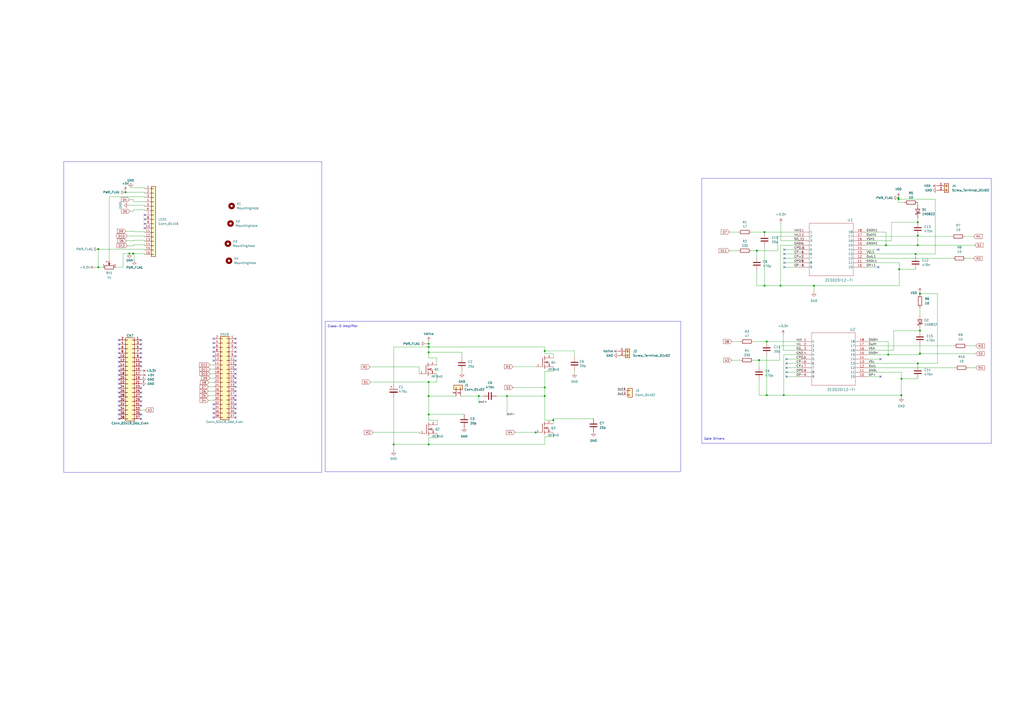
<source format=kicad_sch>
(kicad_sch (version 20230121) (generator eeschema)
  (paper "A2")
  (lib_symbols
    (symbol "2024-02-13_08-45-02:2ED020I12-FI" (pin_names (offset 0.254))
      (property "Reference" "U" (at 20.32 10.16 0))
      (property "Value" "2ED020I12-FI" (at 20.32 7.62 0))
      (symbol "2ED020I12-FI_0_1"
        (pin unspecified line (at 0 0 0) (length 7.62) (name "1") (number "1"))
        (pin unspecified line (at 40.64 -20.32 180) (length 7.62) (name "10") (number "10"))
        (pin unspecified line (at 40.64 -17.78 180) (length 7.62) (name "11") (number "11"))
        (pin unspecified line (at 40.64 -15.24 180) (length 7.62) (name "12") (number "12"))
        (pin unspecified line (at 40.64 -12.7 180) (length 7.62) (name "13") (number "13"))
        (pin unspecified line (at 40.64 -10.16 180) (length 7.62) (name "14") (number "14"))
        (pin unspecified line (at 40.64 -7.62 180) (length 7.62) (name "15") (number "15"))
        (pin unspecified line (at 40.64 -5.08 180) (length 7.62) (name "16") (number "16"))
        (pin unspecified line (at 40.64 -2.54 180) (length 7.62) (name "17") (number "17"))
        (pin unspecified line (at 40.64 0 180) (length 7.62) (name "18") (number "18"))
        (pin unspecified line (at 0 -2.54 0) (length 7.62) (name "2") (number "2"))
        (pin unspecified line (at 0 -5.08 0) (length 7.62) (name "3") (number "3"))
        (pin unspecified line (at 0 -7.62 0) (length 7.62) (name "4") (number "4"))
        (pin unspecified line (at 0 -10.16 0) (length 7.62) (name "5") (number "5"))
        (pin unspecified line (at 0 -12.7 0) (length 7.62) (name "6") (number "6"))
        (pin unspecified line (at 0 -15.24 0) (length 7.62) (name "7") (number "7"))
        (pin unspecified line (at 0 -17.78 0) (length 7.62) (name "8") (number "8"))
        (pin unspecified line (at 0 -20.32 0) (length 7.62) (name "9") (number "9"))
      )
    )
    (symbol "Connector:Screw_Terminal_01x02" (pin_names (offset 1.016) hide)
      (property "Reference" "J" (at 0 2.54 0))
      (property "Value" "Screw_Terminal_01x02" (at 0 -5.08 0))
      (symbol "Screw_Terminal_01x02_1_1"
        (pin passive line (at -5.08 0 0) (length 3.81) (name "Pin_1") (number "1"))
        (pin passive line (at -5.08 -2.54 0) (length 3.81) (name "Pin_2") (number "2"))
      )
    )
    (symbol "Connector_Generic:Conn_01x02" (pin_names (offset 1.016) hide)
      (property "Reference" "J" (at 0 2.54 0))
      (property "Value" "Conn_01x02" (at 0 -5.08 0))
      (symbol "Conn_01x02_1_1"
        (pin passive line (at -5.08 0 0) (length 3.81) (name "Pin_1") (number "1"))
        (pin passive line (at -5.08 -2.54 0) (length 3.81) (name "Pin_2") (number "2"))
      )
    )
    (symbol "Connector_Generic:Conn_01x16" (pin_names (offset 1.016) hide)
      (property "Reference" "J" (at 0 20.32 0))
      (property "Value" "Conn_01x16" (at 0 -22.86 0))
      (symbol "Conn_01x16_1_1"
        (pin passive line (at -5.08 17.78 0) (length 3.81) (name "Pin_1") (number "1"))
        (pin passive line (at -5.08 -5.08 0) (length 3.81) (name "Pin_10") (number "10"))
        (pin passive line (at -5.08 -7.62 0) (length 3.81) (name "Pin_11") (number "11"))
        (pin passive line (at -5.08 -10.16 0) (length 3.81) (name "Pin_12") (number "12"))
        (pin passive line (at -5.08 -12.7 0) (length 3.81) (name "Pin_13") (number "13"))
        (pin passive line (at -5.08 -15.24 0) (length 3.81) (name "Pin_14") (number "14"))
        (pin passive line (at -5.08 -17.78 0) (length 3.81) (name "Pin_15") (number "15"))
        (pin passive line (at -5.08 -20.32 0) (length 3.81) (name "Pin_16") (number "16"))
        (pin passive line (at -5.08 15.24 0) (length 3.81) (name "Pin_2") (number "2"))
        (pin passive line (at -5.08 12.7 0) (length 3.81) (name "Pin_3") (number "3"))
        (pin passive line (at -5.08 10.16 0) (length 3.81) (name "Pin_4") (number "4"))
        (pin passive line (at -5.08 7.62 0) (length 3.81) (name "Pin_5") (number "5"))
        (pin passive line (at -5.08 5.08 0) (length 3.81) (name "Pin_6") (number "6"))
        (pin passive line (at -5.08 2.54 0) (length 3.81) (name "Pin_7") (number "7"))
        (pin passive line (at -5.08 0 0) (length 3.81) (name "Pin_8") (number "8"))
        (pin passive line (at -5.08 -2.54 0) (length 3.81) (name "Pin_9") (number "9"))
      )
    )
    (symbol "Connector_Generic:Conn_02x19_Odd_Even" (pin_names (offset 1.016) hide)
      (property "Reference" "J" (at 1.27 25.4 0))
      (property "Value" "Conn_02x19_Odd_Even" (at 1.27 -25.4 0))
      (symbol "Conn_02x19_Odd_Even_1_1"
        (pin passive line (at -5.08 22.86 0) (length 3.81) (name "Pin_1") (number "1"))
        (pin passive line (at 7.62 12.7 180) (length 3.81) (name "Pin_10") (number "10"))
        (pin passive line (at -5.08 10.16 0) (length 3.81) (name "Pin_11") (number "11"))
        (pin passive line (at 7.62 10.16 180) (length 3.81) (name "Pin_12") (number "12"))
        (pin passive line (at -5.08 7.62 0) (length 3.81) (name "Pin_13") (number "13"))
        (pin passive line (at 7.62 7.62 180) (length 3.81) (name "Pin_14") (number "14"))
        (pin passive line (at -5.08 5.08 0) (length 3.81) (name "Pin_15") (number "15"))
        (pin passive line (at 7.62 5.08 180) (length 3.81) (name "Pin_16") (number "16"))
        (pin passive line (at -5.08 2.54 0) (length 3.81) (name "Pin_17") (number "17"))
        (pin passive line (at 7.62 2.54 180) (length 3.81) (name "Pin_18") (number "18"))
        (pin passive line (at -5.08 0 0) (length 3.81) (name "Pin_19") (number "19"))
        (pin passive line (at 7.62 22.86 180) (length 3.81) (name "Pin_2") (number "2"))
        (pin passive line (at 7.62 0 180) (length 3.81) (name "Pin_20") (number "20"))
        (pin passive line (at -5.08 -2.54 0) (length 3.81) (name "Pin_21") (number "21"))
        (pin passive line (at 7.62 -2.54 180) (length 3.81) (name "Pin_22") (number "22"))
        (pin passive line (at -5.08 -5.08 0) (length 3.81) (name "Pin_23") (number "23"))
        (pin passive line (at 7.62 -5.08 180) (length 3.81) (name "Pin_24") (number "24"))
        (pin passive line (at -5.08 -7.62 0) (length 3.81) (name "Pin_25") (number "25"))
        (pin passive line (at 7.62 -7.62 180) (length 3.81) (name "Pin_26") (number "26"))
        (pin passive line (at -5.08 -10.16 0) (length 3.81) (name "Pin_27") (number "27"))
        (pin passive line (at 7.62 -10.16 180) (length 3.81) (name "Pin_28") (number "28"))
        (pin passive line (at -5.08 -12.7 0) (length 3.81) (name "Pin_29") (number "29"))
        (pin passive line (at -5.08 20.32 0) (length 3.81) (name "Pin_3") (number "3"))
        (pin passive line (at 7.62 -12.7 180) (length 3.81) (name "Pin_30") (number "30"))
        (pin passive line (at -5.08 -15.24 0) (length 3.81) (name "Pin_31") (number "31"))
        (pin passive line (at 7.62 -15.24 180) (length 3.81) (name "Pin_32") (number "32"))
        (pin passive line (at -5.08 -17.78 0) (length 3.81) (name "Pin_33") (number "33"))
        (pin passive line (at 7.62 -17.78 180) (length 3.81) (name "Pin_34") (number "34"))
        (pin passive line (at -5.08 -20.32 0) (length 3.81) (name "Pin_35") (number "35"))
        (pin passive line (at 7.62 -20.32 180) (length 3.81) (name "Pin_36") (number "36"))
        (pin passive line (at -5.08 -22.86 0) (length 3.81) (name "Pin_37") (number "37"))
        (pin passive line (at 7.62 -22.86 180) (length 3.81) (name "Pin_38") (number "38"))
        (pin passive line (at 7.62 20.32 180) (length 3.81) (name "Pin_4") (number "4"))
        (pin passive line (at -5.08 17.78 0) (length 3.81) (name "Pin_5") (number "5"))
        (pin passive line (at 7.62 17.78 180) (length 3.81) (name "Pin_6") (number "6"))
        (pin passive line (at -5.08 15.24 0) (length 3.81) (name "Pin_7") (number "7"))
        (pin passive line (at 7.62 15.24 180) (length 3.81) (name "Pin_8") (number "8"))
        (pin passive line (at -5.08 12.7 0) (length 3.81) (name "Pin_9") (number "9"))
      )
    )
    (symbol "Device:C" (pin_numbers hide) (pin_names (offset 0.254))
      (property "Reference" "C" (at 0.635 2.54 0))
      (property "Value" "C" (at 0.635 -2.54 0))
      (symbol "C_1_1"
        (pin passive line (at 0 3.81 270) (length 2.794) (name "~") (number "1"))
        (pin passive line (at 0 -3.81 90) (length 2.794) (name "~") (number "2"))
      )
    )
    (symbol "Device:C_Polarized" (pin_numbers hide) (pin_names (offset 0.254))
      (property "Reference" "C" (at 0.635 2.54 0))
      (property "Value" "C_Polarized" (at 0.635 -2.54 0))
      (symbol "C_Polarized_1_1"
        (pin passive line (at 0 3.81 270) (length 2.794) (name "~") (number "1"))
        (pin passive line (at 0 -3.81 90) (length 2.794) (name "~") (number "2"))
      )
    )
    (symbol "Device:R" (pin_numbers hide) (pin_names (offset 0))
      (property "Reference" "R" (at 2.032 0 90))
      (property "Value" "R" (at 0 0 90))
      (symbol "R_1_1"
        (pin passive line (at 0 3.81 270) (length 1.27) (name "~") (number "1"))
        (pin passive line (at 0 -3.81 90) (length 1.27) (name "~") (number "2"))
      )
    )
    (symbol "Device:R_Potentiometer" (pin_names (offset 1.016) hide)
      (property "Reference" "RV" (at -4.445 0 90))
      (property "Value" "R_Potentiometer" (at -2.54 0 90))
      (symbol "R_Potentiometer_1_1"
        (pin passive line (at 0 3.81 270) (length 1.27) (name "1") (number "1"))
        (pin passive line (at 3.81 0 180) (length 1.27) (name "2") (number "2"))
        (pin passive line (at 0 -3.81 90) (length 1.27) (name "3") (number "3"))
      )
    )
    (symbol "Diode:1N5822" (pin_numbers hide) (pin_names (offset 1.016) hide)
      (property "Reference" "D" (at 0 2.54 0))
      (property "Value" "1N5822" (at 0 -2.54 0))
      (symbol "1N5822_1_1"
        (pin passive line (at -3.81 0 0) (length 2.54) (name "K") (number "1"))
        (pin passive line (at 3.81 0 180) (length 2.54) (name "A") (number "2"))
      )
    )
    (symbol "IRF840:IRF840" (pin_names (offset 1.016))
      (property "Reference" "Q" (at -11.43 2.54 0))
      (property "Value" "IRF840" (at -11.43 0 0))
      (symbol "IRF840_0_0"
        (pin passive line (at -5.08 -2.54 0) (length 2.54) (name "~") (number "1"))
        (pin passive line (at 5.08 2.54 180) (length 5.08) (name "~") (number "2"))
        (pin passive line (at 5.08 -2.54 180) (length 5.08) (name "~") (number "3"))
      )
    )
    (symbol "Mechanical:MountingHole" (pin_names (offset 1.016))
      (property "Reference" "H" (at 0 5.08 0))
      (property "Value" "MountingHole" (at 0 3.175 0))
    )
    (symbol "power:+3.3V" (power) (pin_names (offset 0))
      (property "Value" "+3.3V" (at 0 3.556 0))
      (symbol "+3.3V_1_1"
        (pin power_in line (at 0 0 90) (length 0) hide (name "+3.3V") (number "1"))
      )
    )
    (symbol "power:+5V" (power) (pin_names (offset 0))
      (property "Value" "+5V" (at 0 3.556 0))
      (symbol "+5V_1_1"
        (pin power_in line (at 0 0 90) (length 0) hide (name "+5V") (number "1"))
      )
    )
    (symbol "power:GND" (power) (pin_names (offset 0))
      (property "Value" "GND" (at 0 -3.81 0))
      (symbol "GND_1_1"
        (pin power_in line (at 0 0 270) (length 0) hide (name "GND") (number "1"))
      )
    )
    (symbol "power:PWR_FLAG" (power) (pin_numbers hide) (pin_names (offset 0) hide)
      (property "Value" "PWR_FLAG" (at 0 3.81 0))
      (symbol "PWR_FLAG_0_0"
        (pin power_out line (at 0 0 90) (length 0) (name "pwr") (number "1"))
      )
    )
    (symbol "power:VDD" (power) (pin_names (offset 0))
      (property "Value" "VDD" (at 0 3.81 0))
      (symbol "VDD_1_1"
        (pin power_in line (at 0 0 90) (length 0) hide (name "VDD") (number "1"))
      )
    )
    (symbol "power:Vdrive" (power) (pin_names (offset 0))
      (property "Value" "Vdrive" (at 0 3.81 0))
      (symbol "Vdrive_1_1"
        (pin power_in line (at 0 0 90) (length 0) hide (name "Vdrive") (number "1"))
      )
    )
  )
  (junction (at 57.023 155.067))
  (junction (at 277.749 229.743))
  (junction (at 521.208 114.808))
  (junction (at 440.309 208.915))
  (junction (at 513.969 142.24))
  (junction (at 315.976 203.581))
  (junction (at 533.654 191.77))
  (junction (at 310.769 250.825))
  (junction (at 452.755 165.735))
  (junction (at 444.754 229.235))
  (junction (at 515.239 205.74))
  (junction (at 533.654 205.105))
  (junction (at 248.666 199.39))
  (junction (at 315.976 229.743))
  (junction (at 443.484 165.735))
  (junction (at 228.346 257.81))
  (junction (at 532.384 128.905))
  (junction (at 248.666 229.743))
  (junction (at 454.66 229.235))
  (junction (at 248.666 204.343))
  (junction (at 57.023 144.526))
  (junction (at 533.654 170.307))
  (junction (at 522.859 229.235))
  (junction (at 75.057 147.066))
  (junction (at 521.589 156.21))
  (junction (at 248.666 257.81))
  (junction (at 521.208 115.57))
  (junction (at 248.666 240.411))
  (junction (at 248.666 201.295))
  (junction (at 77.216 147.066))
  (junction (at 439.039 145.415))
  (junction (at 532.384 210.82))
  (junction (at 532.384 136.652))
  (junction (at 472.186 165.735))
  (junction (at 320.929 243.713))
  (junction (at 72.771 111.506))
  (junction (at 531.114 147.32))
  (junction (at 522.859 219.71))
  (junction (at 315.976 224.79))
  (junction (at 532.384 142.24))
  (junction (at 248.666 221.615))
  (junction (at 443.484 134.62))
  (junction (at 294.132 229.743))
  (junction (at 444.754 198.12))
  (no_connect (at 69.088 204.851))
  (no_connect (at 456.184 213.36))
  (no_connect (at 456.184 210.82))
  (no_connect (at 81.788 227.711))
  (no_connect (at 136.652 214.249))
  (no_connect (at 69.088 199.771))
  (no_connect (at 123.952 237.109))
  (no_connect (at 136.652 234.569))
  (no_connect (at 123.952 199.009))
  (no_connect (at 454.914 149.86))
  (no_connect (at 454.914 144.78))
  (no_connect (at 136.652 242.189))
  (no_connect (at 81.788 207.391))
  (no_connect (at 81.788 240.411))
  (no_connect (at 456.184 218.44))
  (no_connect (at 81.788 209.931))
  (no_connect (at 456.184 215.9))
  (no_connect (at 123.952 242.189))
  (no_connect (at 81.788 212.471))
  (no_connect (at 123.952 239.649))
  (no_connect (at 81.788 235.331))
  (no_connect (at 123.952 209.169))
  (no_connect (at 136.652 229.489))
  (no_connect (at 136.652 237.109))
  (no_connect (at 69.088 215.011))
  (no_connect (at 69.088 212.471))
  (no_connect (at 136.652 239.649))
  (no_connect (at 81.788 202.311))
  (no_connect (at 81.788 199.771))
  (no_connect (at 69.088 222.631))
  (no_connect (at 136.652 196.469))
  (no_connect (at 81.788 225.171))
  (no_connect (at 136.652 206.629))
  (no_connect (at 136.652 209.169))
  (no_connect (at 83.947 132.334))
  (no_connect (at 69.088 202.311))
  (no_connect (at 454.914 154.94))
  (no_connect (at 69.088 220.091))
  (no_connect (at 136.652 226.949))
  (no_connect (at 69.088 197.231))
  (no_connect (at 83.947 129.794))
  (no_connect (at 136.652 201.549))
  (no_connect (at 510.794 208.28))
  (no_connect (at 69.088 235.331))
  (no_connect (at 69.088 225.171))
  (no_connect (at 83.947 127.254))
  (no_connect (at 81.788 197.231))
  (no_connect (at 81.788 242.951))
  (no_connect (at 510.794 218.44))
  (no_connect (at 509.524 144.78))
  (no_connect (at 83.947 124.714))
  (no_connect (at 69.088 207.391))
  (no_connect (at 123.952 196.469))
  (no_connect (at 454.914 152.4))
  (no_connect (at 69.088 217.551))
  (no_connect (at 136.652 216.789))
  (no_connect (at 509.524 154.94))
  (no_connect (at 69.088 237.871))
  (no_connect (at 123.952 204.089))
  (no_connect (at 136.652 232.029))
  (no_connect (at 69.088 240.411))
  (no_connect (at 123.952 234.569))
  (no_connect (at 69.088 242.951))
  (no_connect (at 136.652 211.709))
  (no_connect (at 136.652 199.009))
  (no_connect (at 456.184 208.28))
  (no_connect (at 69.088 230.251))
  (no_connect (at 123.952 206.629))
  (no_connect (at 123.952 201.549))
  (no_connect (at 69.088 209.931))
  (no_connect (at 81.788 204.851))
  (no_connect (at 81.788 230.251))
  (no_connect (at 81.788 232.791))
  (no_connect (at 136.652 219.329))
  (no_connect (at 136.652 224.409))
  (no_connect (at 69.088 227.711))
  (no_connect (at 136.652 204.089))
  (no_connect (at 136.652 221.869))
  (no_connect (at 454.914 147.32))
  (no_connect (at 69.088 232.791))
  (wire (pts (xy 228.346 201.295) (xy 248.666 201.295)))
  (wire (pts (xy 456.184 215.9) (xy 463.169 215.9)))
  (wire (pts (xy 518.414 191.77) (xy 533.654 191.77)))
  (wire (pts (xy 533.654 205.105) (xy 566.039 205.105)))
  (wire (pts (xy 435.864 134.62) (xy 443.484 134.62)))
  (wire (pts (xy 444.754 198.12) (xy 444.754 198.755)))
  (wire (pts (xy 315.976 205.105) (xy 321.056 205.105)))
  (wire (pts (xy 248.666 207.645) (xy 253.365 207.645)))
  (wire (pts (xy 75.057 147.066) (xy 71.374 147.066)))
  (wire (pts (xy 253.365 216.789) (xy 253.365 221.615)))
  (wire (pts (xy 503.809 198.12) (xy 515.239 198.12)))
  (wire (pts (xy 294.132 229.743) (xy 294.132 241.173)))
  (wire (pts (xy 77.47 117.094) (xy 83.947 117.094)))
  (wire (pts (xy 72.771 111.506) (xy 83.947 111.506)))
  (wire (pts (xy 320.929 250.825) (xy 320.929 253.365)))
  (wire (pts (xy 456.184 208.28) (xy 463.169 208.28)))
  (wire (pts (xy 83.947 144.526) (xy 83.947 145.034)))
  (wire (pts (xy 437.134 208.915) (xy 440.309 208.915)))
  (wire (pts (xy 121.793 211.709) (xy 123.952 211.709)))
  (wire (pts (xy 542.544 115.57) (xy 521.208 115.57)))
  (wire (pts (xy 75.819 108.966) (xy 83.947 108.966)))
  (wire (pts (xy 423.164 145.415) (xy 428.244 145.415)))
  (wire (pts (xy 502.539 147.32) (xy 531.114 147.32)))
  (wire (pts (xy 358.267 229.108) (xy 358.267 229.235)))
  (wire (pts (xy 521.208 117.475) (xy 521.208 115.57)))
  (wire (pts (xy 315.976 224.79) (xy 315.976 229.743)))
  (wire (pts (xy 75.184 115.824) (xy 77.47 115.824)))
  (wire (pts (xy 454.914 149.86) (xy 461.899 149.86)))
  (wire (pts (xy 321.056 212.725) (xy 321.056 215.265)))
  (wire (pts (xy 513.969 134.62) (xy 513.969 142.24)))
  (wire (pts (xy 521.589 156.21) (xy 521.589 152.4)))
  (wire (pts (xy 437.134 198.12) (xy 444.754 198.12)))
  (wire (pts (xy 522.859 219.71) (xy 522.859 215.9)))
  (wire (pts (xy 521.589 156.21) (xy 521.589 165.735)))
  (wire (pts (xy 444.754 229.235) (xy 454.66 229.235)))
  (wire (pts (xy 267.97 207.391) (xy 267.97 204.343)))
  (wire (pts (xy 503.809 210.82) (xy 532.384 210.82)))
  (wire (pts (xy 121.92 214.249) (xy 123.952 214.249)))
  (wire (pts (xy 120.904 229.489) (xy 123.952 229.489)))
  (wire (pts (xy 439.039 145.415) (xy 439.039 149.225)))
  (wire (pts (xy 248.666 221.615) (xy 248.666 229.743)))
  (wire (pts (xy 55.118 155.067) (xy 57.023 155.067)))
  (wire (pts (xy 360.426 229.108) (xy 358.267 229.108)))
  (wire (pts (xy 517.144 139.7) (xy 517.144 128.905)))
  (wire (pts (xy 81.788 237.871) (xy 84.201 237.871)))
  (wire (pts (xy 253.746 254) (xy 248.666 254)))
  (wire (pts (xy 73.279 139.7) (xy 77.47 139.7)))
  (wire (pts (xy 444.754 198.12) (xy 463.169 198.12)))
  (wire (pts (xy 454.66 205.74) (xy 454.66 229.235)))
  (wire (pts (xy 83.947 121.666) (xy 83.947 122.174)))
  (wire (pts (xy 502.539 137.16) (xy 552.069 137.16)))
  (wire (pts (xy 532.384 117.475) (xy 532.257 117.475)))
  (wire (pts (xy 443.484 142.875) (xy 443.484 165.735)))
  (wire (pts (xy 83.947 119.126) (xy 83.947 119.634)))
  (wire (pts (xy 74.676 119.126) (xy 83.947 119.126)))
  (wire (pts (xy 248.666 243.84) (xy 253.746 243.84)))
  (wire (pts (xy 439.039 156.845) (xy 439.039 165.735)))
  (wire (pts (xy 532.384 142.24) (xy 532.384 136.652)))
  (wire (pts (xy 532.384 219.71) (xy 522.859 219.71)))
  (wire (pts (xy 73.914 142.494) (xy 77.47 142.494)))
  (wire (pts (xy 531.114 147.32) (xy 542.544 147.32)))
  (wire (pts (xy 320.929 253.365) (xy 315.976 253.365)))
  (wire (pts (xy 248.666 201.295) (xy 315.976 201.295)))
  (wire (pts (xy 531.114 147.32) (xy 531.114 148.59)))
  (wire (pts (xy 533.654 191.77) (xy 533.654 192.405)))
  (wire (pts (xy 315.976 203.581) (xy 315.976 205.105)))
  (wire (pts (xy 533.654 169.672) (xy 533.654 170.307)))
  (wire (pts (xy 77.47 122.555) (xy 77.47 121.666)))
  (wire (pts (xy 228.346 222.885) (xy 228.346 201.295)))
  (wire (pts (xy 503.809 213.36) (xy 553.974 213.36)))
  (wire (pts (xy 515.239 205.74) (xy 533.654 205.74)))
  (wire (pts (xy 267.97 215.011) (xy 267.97 216.281)))
  (wire (pts (xy 561.594 213.36) (xy 566.039 213.36)))
  (wire (pts (xy 532.384 210.82) (xy 532.384 212.09)))
  (wire (pts (xy 83.947 147.574) (xy 83.82 147.574)))
  (wire (pts (xy 297.561 224.79) (xy 315.976 224.79)))
  (wire (pts (xy 533.654 170.307) (xy 533.654 170.815)))
  (wire (pts (xy 72.771 111.506) (xy 72.771 110.998)))
  (wire (pts (xy 83.947 114.046) (xy 83.947 114.554)))
  (wire (pts (xy 297.561 212.725) (xy 310.896 212.725)))
  (wire (pts (xy 452.755 142.24) (xy 461.899 142.24)))
  (wire (pts (xy 253.746 251.46) (xy 253.746 254)))
  (wire (pts (xy 533.654 205.105) (xy 533.654 200.025)))
  (wire (pts (xy 267.081 229.743) (xy 277.749 229.743)))
  (wire (pts (xy 333.248 203.581) (xy 315.976 203.581)))
  (wire (pts (xy 228.346 257.81) (xy 248.666 257.81)))
  (wire (pts (xy 247.142 199.39) (xy 248.666 199.39)))
  (wire (pts (xy 243.586 250.825) (xy 243.586 251.46)))
  (wire (pts (xy 120.904 226.949) (xy 123.952 226.949)))
  (wire (pts (xy 333.248 207.137) (xy 333.248 203.581)))
  (wire (pts (xy 443.484 165.735) (xy 452.755 165.735)))
  (wire (pts (xy 452.374 200.66) (xy 452.374 208.915)))
  (wire (pts (xy 454.66 205.74) (xy 463.169 205.74)))
  (wire (pts (xy 454.914 154.94) (xy 461.899 154.94)))
  (wire (pts (xy 321.056 205.105) (xy 321.056 207.645)))
  (wire (pts (xy 248.666 229.743) (xy 248.666 240.411)))
  (wire (pts (xy 248.666 198.12) (xy 248.666 199.39)))
  (wire (pts (xy 214.63 212.852) (xy 243.205 212.852)))
  (wire (pts (xy 77.47 142.494) (xy 77.47 141.986)))
  (wire (pts (xy 294.132 229.743) (xy 315.976 229.743)))
  (wire (pts (xy 522.859 229.235) (xy 522.859 230.505)))
  (wire (pts (xy 253.365 221.615) (xy 248.666 221.615)))
  (wire (pts (xy 83.947 141.986) (xy 83.947 142.494)))
  (wire (pts (xy 57.023 155.067) (xy 59.563 155.067)))
  (wire (pts (xy 315.976 257.81) (xy 315.976 253.365)))
  (wire (pts (xy 228.346 230.505) (xy 228.346 257.81)))
  (wire (pts (xy 424.434 208.915) (xy 429.514 208.915)))
  (wire (pts (xy 77.47 134.366) (xy 83.947 134.366)))
  (wire (pts (xy 277.749 229.743) (xy 277.749 234.061)))
  (wire (pts (xy 453.009 139.7) (xy 461.899 139.7)))
  (wire (pts (xy 269.24 240.411) (xy 248.666 240.411)))
  (wire (pts (xy 522.859 219.71) (xy 522.859 229.235)))
  (wire (pts (xy 77.47 134.112) (xy 77.47 134.366)))
  (wire (pts (xy 63.373 114.046) (xy 63.373 151.257)))
  (wire (pts (xy 532.384 210.82) (xy 543.814 210.82)))
  (wire (pts (xy 452.374 208.915) (xy 440.309 208.915)))
  (wire (pts (xy 77.47 121.666) (xy 83.947 121.666)))
  (wire (pts (xy 532.384 118.745) (xy 532.384 117.475)))
  (wire (pts (xy 77.47 141.986) (xy 83.947 141.986)))
  (wire (pts (xy 215.011 221.615) (xy 248.666 221.615)))
  (wire (pts (xy 452.755 165.735) (xy 472.186 165.735)))
  (wire (pts (xy 502.539 144.78) (xy 509.524 144.78)))
  (wire (pts (xy 543.814 170.307) (xy 543.814 210.82)))
  (wire (pts (xy 515.239 198.12) (xy 515.239 205.74)))
  (wire (pts (xy 452.755 142.24) (xy 452.755 165.735)))
  (wire (pts (xy 440.309 229.235) (xy 444.754 229.235)))
  (wire (pts (xy 560.959 200.66) (xy 566.039 200.66)))
  (wire (pts (xy 83.947 136.906) (xy 83.947 137.414)))
  (wire (pts (xy 440.309 220.345) (xy 440.309 229.235)))
  (wire (pts (xy 502.539 149.86) (xy 552.704 149.86)))
  (wire (pts (xy 315.976 201.295) (xy 315.976 203.581)))
  (wire (pts (xy 248.666 204.343) (xy 248.666 207.645)))
  (wire (pts (xy 443.484 134.62) (xy 461.899 134.62)))
  (wire (pts (xy 503.809 208.28) (xy 510.794 208.28)))
  (wire (pts (xy 298.831 250.825) (xy 310.769 250.825)))
  (wire (pts (xy 503.809 200.66) (xy 553.339 200.66)))
  (wire (pts (xy 277.749 229.743) (xy 280.416 229.743)))
  (wire (pts (xy 358.267 226.568) (xy 360.426 226.568)))
  (wire (pts (xy 248.666 257.81) (xy 315.976 257.81)))
  (wire (pts (xy 532.384 142.24) (xy 565.404 142.24)))
  (wire (pts (xy 533.654 178.435) (xy 533.654 182.88)))
  (wire (pts (xy 440.309 208.915) (xy 440.309 212.725)))
  (wire (pts (xy 77.216 147.574) (xy 77.216 147.066)))
  (wire (pts (xy 532.384 126.365) (xy 532.384 128.905)))
  (wire (pts (xy 423.164 134.62) (xy 428.244 134.62)))
  (wire (pts (xy 243.205 212.852) (xy 243.205 216.789)))
  (wire (pts (xy 533.654 190.5) (xy 533.654 191.77)))
  (wire (pts (xy 75.311 122.555) (xy 77.47 122.555)))
  (wire (pts (xy 531.114 156.21) (xy 521.589 156.21)))
  (wire (pts (xy 503.809 205.74) (xy 515.239 205.74)))
  (wire (pts (xy 77.978 150.876) (xy 77.978 147.574)))
  (wire (pts (xy 542.544 115.57) (xy 542.544 147.32)))
  (wire (pts (xy 453.009 129.413) (xy 453.009 139.7)))
  (wire (pts (xy 533.654 205.74) (xy 533.654 205.105)))
  (wire (pts (xy 344.297 242.951) (xy 320.929 242.951)))
  (wire (pts (xy 502.539 152.4) (xy 521.589 152.4)))
  (wire (pts (xy 524.637 117.475) (xy 521.208 117.475)))
  (wire (pts (xy 264.541 229.743) (xy 248.666 229.743)))
  (wire (pts (xy 267.97 204.343) (xy 248.666 204.343)))
  (wire (pts (xy 310.769 250.825) (xy 310.896 250.825)))
  (wire (pts (xy 532.384 129.032) (xy 532.384 128.905)))
  (wire (pts (xy 454.914 144.78) (xy 461.899 144.78)))
  (wire (pts (xy 315.976 229.743) (xy 315.976 243.713)))
  (wire (pts (xy 456.184 213.36) (xy 463.169 213.36)))
  (wire (pts (xy 73.787 136.906) (xy 83.947 136.906)))
  (wire (pts (xy 503.809 218.44) (xy 510.794 218.44)))
  (wire (pts (xy 121.158 221.869) (xy 123.952 221.869)))
  (wire (pts (xy 513.969 142.24) (xy 532.384 142.24)))
  (wire (pts (xy 120.904 224.409) (xy 123.952 224.409)))
  (wire (pts (xy 543.814 170.307) (xy 533.654 170.307)))
  (wire (pts (xy 77.47 115.824) (xy 77.47 117.094)))
  (wire (pts (xy 121.793 219.329) (xy 123.952 219.329)))
  (wire (pts (xy 228.346 257.81) (xy 228.346 261.62)))
  (wire (pts (xy 454.914 152.4) (xy 461.899 152.4)))
  (wire (pts (xy 517.144 128.905) (xy 532.384 128.905)))
  (wire (pts (xy 83.82 147.574) (xy 83.82 147.066)))
  (wire (pts (xy 451.104 137.16) (xy 461.899 137.16)))
  (wire (pts (xy 248.666 204.343) (xy 248.666 201.295)))
  (wire (pts (xy 472.186 165.735) (xy 472.186 169.418)))
  (wire (pts (xy 123.952 232.283) (xy 123.952 232.029)))
  (wire (pts (xy 502.539 154.94) (xy 509.524 154.94)))
  (wire (pts (xy 451.104 137.16) (xy 451.104 145.415)))
  (wire (pts (xy 454.66 229.235) (xy 522.859 229.235)))
  (wire (pts (xy 320.929 242.951) (xy 320.929 243.713)))
  (wire (pts (xy 77.47 139.446) (xy 83.947 139.446)))
  (wire (pts (xy 288.036 229.743) (xy 294.132 229.743)))
  (wire (pts (xy 77.216 147.066) (xy 75.057 147.066)))
  (wire (pts (xy 560.324 149.86) (xy 564.769 149.86)))
  (wire (pts (xy 120.904 232.283) (xy 123.952 232.283)))
  (wire (pts (xy 321.056 215.265) (xy 315.976 215.265)))
  (wire (pts (xy 63.373 114.046) (xy 83.947 114.046)))
  (wire (pts (xy 333.248 214.757) (xy 333.248 216.535)))
  (wire (pts (xy 424.434 198.12) (xy 429.514 198.12)))
  (wire (pts (xy 456.184 210.82) (xy 463.169 210.82)))
  (wire (pts (xy 503.809 203.2) (xy 518.414 203.2)))
  (wire (pts (xy 502.539 142.24) (xy 513.969 142.24)))
  (wire (pts (xy 444.754 206.375) (xy 444.754 229.235)))
  (wire (pts (xy 451.104 145.415) (xy 439.039 145.415)))
  (wire (pts (xy 216.281 250.825) (xy 243.586 250.825)))
  (wire (pts (xy 71.374 155.067) (xy 67.183 155.067)))
  (wire (pts (xy 57.023 144.526) (xy 83.947 144.526)))
  (wire (pts (xy 77.47 139.7) (xy 77.47 139.446)))
  (wire (pts (xy 77.216 147.066) (xy 83.82 147.066)))
  (wire (pts (xy 454.914 147.32) (xy 461.899 147.32)))
  (wire (pts (xy 439.039 165.735) (xy 443.484 165.735)))
  (wire (pts (xy 294.132 241.173) (xy 294.259 241.173)))
  (wire (pts (xy 248.666 199.39) (xy 248.666 201.295)))
  (wire (pts (xy 83.947 108.966) (xy 83.947 109.474)))
  (wire (pts (xy 315.976 215.265) (xy 315.976 224.79)))
  (wire (pts (xy 248.666 254) (xy 248.666 257.81)))
  (wire (pts (xy 320.929 243.713) (xy 320.929 245.745)))
  (wire (pts (xy 472.186 165.735) (xy 521.589 165.735)))
  (wire (pts (xy 83.947 134.366) (xy 83.947 134.874)))
  (wire (pts (xy 83.947 111.506) (xy 83.947 112.014)))
  (wire (pts (xy 57.023 144.526) (xy 57.023 155.067)))
  (wire (pts (xy 83.947 139.446) (xy 83.947 139.954)))
  (wire (pts (xy 503.809 215.9) (xy 522.859 215.9)))
  (wire (pts (xy 71.374 147.066) (xy 71.374 155.067)))
  (wire (pts (xy 443.484 134.62) (xy 443.484 135.255)))
  (wire (pts (xy 532.384 136.652) (xy 532.384 136.525)))
  (wire (pts (xy 253.365 207.645) (xy 253.365 211.709)))
  (wire (pts (xy 77.978 147.574) (xy 77.216 147.574)))
  (wire (pts (xy 72.898 134.112) (xy 77.47 134.112)))
  (wire (pts (xy 456.184 218.44) (xy 463.169 218.44)))
  (wire (pts (xy 248.666 240.411) (xy 248.666 243.84)))
  (wire (pts (xy 518.414 203.2) (xy 518.414 191.77)))
  (wire (pts (xy 315.976 243.713) (xy 320.929 243.713)))
  (wire (pts (xy 502.539 139.7) (xy 517.144 139.7)))
  (wire (pts (xy 121.92 216.789) (xy 123.952 216.789)))
  (wire (pts (xy 435.864 145.415) (xy 439.039 145.415)))
  (wire (pts (xy 559.689 137.16) (xy 564.769 137.16)))
  (wire (pts (xy 502.539 134.62) (xy 513.969 134.62)))
  (wire (pts (xy 452.374 200.66) (xy 463.169 200.66)))
  (wire (pts (xy 253.746 243.84) (xy 253.746 246.38)))
  (wire (pts (xy 454.279 203.2) (xy 463.169 203.2)))
  (wire (pts (xy 521.208 115.57) (xy 521.208 114.808)))
  (wire (pts (xy 454.279 194.183) (xy 454.279 203.2)))
  (rectangle (start 36.957 93.726) (end 186.69 274.066))
  (rectangle (start 188.595 186.436) (end 394.97 273.558))
  (rectangle (start 407.035 103.505) (end 575.056 257.175))
  (text "Class-D Amplifier" (at 189.992 190.119 0) (effects (font (size 1.27 1.27)) (justify left bottom)))
  (text "Gate Drivers" (at 408.432 255.397 0) (effects (font (size 1.27 1.27)) (justify left bottom)))
  (label "OPO1" (at 460.629 152.4 0))
  (label "VSH" (at 503.809 203.2 0))
  (label "OP-" (at 461.899 218.44 0))
  (label "GNDH" (at 503.809 198.12 0))
  (label "CPO_" (at 461.899 208.28 0))
  (label "OutL" (at 503.809 213.36 0))
  (label "CP-1" (at 460.629 147.32 0))
  (label "GND1" (at 460.629 142.24 0))
  (label "OPO" (at 461.899 215.9 0))
  (label "out+" (at 277.749 234.061 0))
  (label "OP-1" (at 460.629 154.94 0))
  (label "VSL1" (at 502.539 147.32 0))
  (label "OP+1" (at 502.539 154.94 0))
  (label "CP+" (at 461.899 213.36 0))
  (label "GNDL1" (at 502.539 152.4 0))
  (label "VSL" (at 503.809 210.82 0))
  (label "OutH1" (at 502.539 137.16 0))
  (label "out+" (at 358.267 226.568 0))
  (label "OutH" (at 503.809 200.66 0))
  (label "GNDH1" (at 502.539 142.24 0))
  (label "InH" (at 461.899 198.12 0))
  (label "OutL1" (at 502.539 149.86 0))
  (label "OP+" (at 503.809 218.44 0))
  (label "InL1" (at 460.629 137.16 0))
  (label "SD_" (at 461.899 203.2 0))
  (label "CP+1" (at 460.629 149.86 0))
  (label "SD_1" (at 460.629 139.7 0))
  (label "InH1" (at 460.629 134.62 0))
  (label "CP-" (at 461.899 210.82 0))
  (label "InL" (at 461.899 200.66 0))
  (label "VSH1" (at 502.539 139.7 0))
  (label "GND" (at 461.899 205.74 0))
  (label "CPO_1" (at 460.629 144.78 0))
  (label "out-" (at 358.267 229.235 0))
  (label "GNDL" (at 503.809 215.9 0))
  (label "out-" (at 294.259 241.173 0))
  (label "GNDH1" (at 502.539 134.62 0))
  (label "GNDH" (at 503.809 205.74 0))
  (global_label "M2" (shape input) (at 564.769 149.86 0) (property "Intersheetrefs" "${INTERSHEET_REFS}" (effects hide)))
  (global_label "A3" (shape input) (at 84.201 237.871 0) (property "Intersheetrefs" "${INTERSHEET_REFS}" (effects hide)))
  (global_label "M4" (shape input) (at 566.039 213.36 0) (property "Intersheetrefs" "${INTERSHEET_REFS}" (effects hide)))
  (global_label "M4" (shape input) (at 298.831 250.825 180) (property "Intersheetrefs" "${INTERSHEET_REFS}" (effects hide)))
  (global_label "D10" (shape input) (at 73.787 136.906 180) (property "Intersheetrefs" "${INTERSHEET_REFS}" (effects hide)))
  (global_label "S1" (shape input) (at 565.404 142.24 0) (property "Intersheetrefs" "${INTERSHEET_REFS}" (effects hide)))
  (global_label "D12" (shape input) (at 73.914 142.494 180) (property "Intersheetrefs" "${INTERSHEET_REFS}" (effects hide)))
  (global_label "D11" (shape input) (at 423.164 145.415 180) (property "Intersheetrefs" "${INTERSHEET_REFS}" (effects hide)))
  (global_label "S1" (shape input) (at 215.011 221.615 180) (property "Intersheetrefs" "${INTERSHEET_REFS}" (effects hide)))
  (global_label "D4" (shape input) (at 75.184 115.824 180) (property "Intersheetrefs" "${INTERSHEET_REFS}" (effects hide)))
  (global_label "D6" (shape input) (at 120.904 226.949 180) (property "Intersheetrefs" "${INTERSHEET_REFS}" (effects hide)))
  (global_label "D9" (shape input) (at 72.898 134.112 180) (property "Intersheetrefs" "${INTERSHEET_REFS}" (effects hide)))
  (global_label "M1" (shape input) (at 214.63 212.852 180) (property "Intersheetrefs" "${INTERSHEET_REFS}" (effects hide)))
  (global_label "S3" (shape input) (at 297.561 224.79 180) (property "Intersheetrefs" "${INTERSHEET_REFS}" (effects hide)))
  (global_label "D5" (shape input) (at 120.904 229.489 180) (property "Intersheetrefs" "${INTERSHEET_REFS}" (effects hide)))
  (global_label "D4" (shape input) (at 120.904 232.283 180) (property "Intersheetrefs" "${INTERSHEET_REFS}" (effects hide)))
  (global_label "M3" (shape input) (at 566.039 200.66 0) (property "Intersheetrefs" "${INTERSHEET_REFS}" (effects hide)))
  (global_label "M2" (shape input) (at 216.281 250.825 180) (property "Intersheetrefs" "${INTERSHEET_REFS}" (effects hide)))
  (global_label "A3" (shape input) (at 424.434 208.915 180) (property "Intersheetrefs" "${INTERSHEET_REFS}" (effects hide)))
  (global_label "D6" (shape input) (at 73.279 139.7 180) (property "Intersheetrefs" "${INTERSHEET_REFS}" (effects hide)))
  (global_label "D9" (shape input) (at 121.793 219.329 180) (property "Intersheetrefs" "${INTERSHEET_REFS}" (effects hide)))
  (global_label "S3" (shape input) (at 566.039 205.105 0) (property "Intersheetrefs" "${INTERSHEET_REFS}" (effects hide)))
  (global_label "D8" (shape input) (at 424.434 198.12 180) (property "Intersheetrefs" "${INTERSHEET_REFS}" (effects hide)))
  (global_label "D11" (shape input) (at 121.92 214.249 180) (property "Intersheetrefs" "${INTERSHEET_REFS}" (effects hide)))
  (global_label "D5" (shape input) (at 75.311 122.555 180) (property "Intersheetrefs" "${INTERSHEET_REFS}" (effects hide)))
  (global_label "D12" (shape input) (at 121.793 211.709 180) (property "Intersheetrefs" "${INTERSHEET_REFS}" (effects hide)))
  (global_label "M1" (shape input) (at 564.769 137.16 0) (property "Intersheetrefs" "${INTERSHEET_REFS}" (effects hide)))
  (global_label "D7" (shape input) (at 120.904 224.409 180) (property "Intersheetrefs" "${INTERSHEET_REFS}" (effects hide)))
  (global_label "M3" (shape input) (at 297.561 212.725 180) (property "Intersheetrefs" "${INTERSHEET_REFS}" (effects hide)))
  (global_label "D8" (shape input) (at 121.158 221.869 180) (property "Intersheetrefs" "${INTERSHEET_REFS}" (effects hide)))
  (global_label "D7" (shape input) (at 423.164 134.62 180) (property "Intersheetrefs" "${INTERSHEET_REFS}" (effects hide)))
  (global_label "D10" (shape input) (at 121.92 216.789 180) (property "Intersheetrefs" "${INTERSHEET_REFS}" (effects hide)))
  (symbol (lib_id "power:GND") (at 522.859 230.505 0) (unit 1)
    (property "Reference" "#PWR024" (effects hide))
    (property "Value" "GND" (at 522.859 235.585 0))
  )
  (symbol (lib_id "Device:C") (at 531.114 152.4 0) (unit 1)
    (property "Reference" "C12" (at 534.797 151.13 0) (effects (justify left)))
    (property "Value" "470n" (at 534.797 153.67 0) (effects (justify left)))
    (property "Footprint" "Capacitor_SMD:C_1206_3216Metric_Pad1.33x1.80mm_HandSolder" (effects hide))
  )
  (symbol (lib_id "Device:C") (at 267.97 211.201 0) (unit 1)
    (property "Reference" "C2" (at 271.399 209.931 0) (effects (justify left)))
    (property "Value" "20p" (at 271.399 212.471 0) (effects (justify left)))
    (property "Footprint" "Capacitor_SMD:C_0805_2012Metric_Pad1.18x1.45mm_HandSolder" (effects hide))
  )
  (symbol (lib_id "Device:R") (at 556.514 149.86 90) (unit 1)
    (property "Reference" "R8" (at 556.514 143.51 90))
    (property "Value" "10" (at 556.514 146.05 90))
    (property "Footprint" "Resistor_THT:R_Axial_DIN0309_L9.0mm_D3.2mm_P12.70mm_Horizontal" (effects hide))
  )
  (symbol (lib_id "power:+3.3V") (at 453.009 129.413 0) (unit 1)
    (property "Reference" "#PWR020" (effects hide))
    (property "Value" "+3.3V" (at 453.009 124.333 0))
  )
  (symbol (lib_id "power:Vdrive") (at 248.666 198.12 0) (unit 1)
    (property "Reference" "#PWR013" (effects hide))
    (property "Value" "Vdrive" (at 248.666 193.675 0))
  )
  (symbol (lib_id "Device:R") (at 557.149 200.66 90) (unit 1)
    (property "Reference" "R9" (at 557.149 194.31 90))
    (property "Value" "10" (at 557.149 196.85 90))
    (property "Footprint" "Resistor_THT:R_Axial_DIN0309_L9.0mm_D3.2mm_P12.70mm_Horizontal" (effects hide))
  )
  (symbol (lib_id "Device:R") (at 433.324 198.12 90) (unit 1)
    (property "Reference" "R3" (at 433.324 192.405 90))
    (property "Value" "47" (at 433.324 194.945 90))
    (property "Footprint" "Resistor_SMD:R_0805_2012Metric_Pad1.20x1.40mm_HandSolder" (effects hide))
  )
  (symbol (lib_id "IRF840:IRF840") (at 315.976 210.185 0) (unit 1)
    (property "Reference" "Q4" (at 321.056 210.185 0))
    (property "Value" "IRF840" (at 321.056 214.376 0))
    (property "Footprint" "IRF840-final:TO-220-1" (effects hide))
    (property "MF" "Vishay Siliconix" (effects hide))
    (property "Description" "\nN-Channel 500 V 8A (Tc) 3.1W (Ta), 125W (Tc) Surface Mount D²PAK (TO-263)\n" (effects hide))
    (property "Package" "TO-220-3 Vishay" (effects hide))
    (property "Price" "None" (effects hide))
    (property "SnapEDA_Link" "https://www.snapeda.com/parts/IRF840/Vishay+Siliconix/view-part/?ref=snap" (effects hide))
    (property "MP" "IRF840" (effects hide))
    (property "Purchase-URL" "https://www.snapeda.com/api/url_track_click_mouser/?unipart_id=2782726&manufacturer=Vishay Siliconix&part_name=IRF840&search_term=None" (effects hide))
    (property "Availability" "In Stock" (effects hide))
    (property "Check_prices" "https://www.snapeda.com/parts/IRF840/Vishay+Siliconix/view-part/?ref=eda" (effects hide))
  )
  (symbol (lib_id "Device:R") (at 433.324 208.915 90) (unit 1)
    (property "Reference" "R4" (at 433.324 203.454 90))
    (property "Value" "330" (at 433.324 205.994 90))
    (property "Footprint" "Resistor_SMD:R_0805_2012Metric_Pad1.20x1.40mm_HandSolder" (effects hide))
  )
  (symbol (lib_id "power:PWR_FLAG") (at 521.208 114.808 90) (unit 1)
    (property "Reference" "#FLG05" (effects hide))
    (property "Value" "PWR_FLAG" (at 517.906 114.808 90) (effects (justify left)))
  )
  (symbol (lib_id "Device:C") (at 533.654 196.215 0) (unit 1)
    (property "Reference" "C15" (at 537.337 194.945 0) (effects (justify left)))
    (property "Value" "470n" (at 537.337 197.485 0) (effects (justify left)))
    (property "Footprint" "Capacitor_SMD:C_1206_3216Metric_Pad1.33x1.80mm_HandSolder" (effects hide))
  )
  (symbol (lib_id "power:GND") (at 267.97 216.281 0) (unit 1)
    (property "Reference" "#PWR014" (effects hide))
    (property "Value" "GND" (at 267.97 221.361 0))
  )
  (symbol (lib_id "Device:C") (at 532.384 215.9 0) (unit 1)
    (property "Reference" "C14" (at 536.067 214.63 0) (effects (justify left)))
    (property "Value" "470n" (at 536.067 217.17 0) (effects (justify left)))
    (property "Footprint" "Capacitor_SMD:C_1206_3216Metric_Pad1.33x1.80mm_HandSolder" (effects hide))
  )
  (symbol (lib_id "power:+3.3V") (at 454.279 194.183 0) (unit 1)
    (property "Reference" "#PWR021" (effects hide))
    (property "Value" "+3.3V" (at 454.279 189.103 0))
  )
  (symbol (lib_id "power:+3.3V") (at 81.788 215.011 270) (unit 1)
    (property "Reference" "#PWR010" (effects hide))
    (property "Value" "+3.3V" (at 84.709 215.011 90) (effects (justify left)))
  )
  (symbol (lib_id "power:PWR_FLAG") (at 72.771 111.506 90) (unit 1)
    (property "Reference" "#FLG02" (effects hide))
    (property "Value" "PWR_FLAG" (at 69.342 111.506 90) (effects (justify left)))
  )
  (symbol (lib_id "power:Vdrive") (at 358.902 203.708 90) (unit 1)
    (property "Reference" "#PWR018" (effects hide))
    (property "Value" "Vdrive" (at 355.727 203.708 90) (effects (justify left)))
  )
  (symbol (lib_id "power:+5V") (at 81.788 217.551 270) (unit 1)
    (property "Reference" "#PWR011" (effects hide))
    (property "Value" "+5V" (at 85.471 217.551 90) (effects (justify left)))
  )
  (symbol (lib_id "power:GND") (at 228.346 261.62 0) (unit 1)
    (property "Reference" "#PWR012" (effects hide))
    (property "Value" "GND" (at 228.346 266.065 0))
  )
  (symbol (lib_id "Device:R") (at 555.879 137.16 90) (unit 1)
    (property "Reference" "R7" (at 555.879 130.81 90))
    (property "Value" "10" (at 555.879 133.35 90))
    (property "Footprint" "Resistor_THT:R_Axial_DIN0309_L9.0mm_D3.2mm_P12.70mm_Horizontal" (effects hide))
  )
  (symbol (lib_id "power:PWR_FLAG") (at 247.142 199.39 90) (unit 1)
    (property "Reference" "#FLG04" (effects hide))
    (property "Value" "PWR_FLAG" (at 243.459 199.39 90) (effects (justify left)))
  )
  (symbol (lib_id "Mechanical:MountingHole") (at 132.842 151.257 0) (unit 1)
    (property "Reference" "H4" (at 135.636 149.987 0) (effects (justify left)))
    (property "Value" "MountingHole" (at 135.636 152.527 0) (effects (justify left)))
    (property "Footprint" "MountingHole:MountingHole_3mm" (effects hide))
  )
  (symbol (lib_id "power:+3.3V") (at 55.118 155.067 90) (unit 1)
    (property "Reference" "#PWR01" (effects hide))
    (property "Value" "+3.3V" (at 52.197 155.067 90) (effects (justify left)))
  )
  (symbol (lib_id "Device:R_Potentiometer") (at 63.373 155.067 90) (unit 1)
    (property "Reference" "RV1" (at 63.373 158.369 90))
    (property "Value" "1k" (at 63.373 160.909 90))
    (property "Footprint" "Potentiometer_THT:Potentiometer_Bourns_3386X_Horizontal" (effects hide))
  )
  (symbol (lib_id "Device:C") (at 444.754 202.565 0) (unit 1)
    (property "Reference" "C11" (at 448.818 201.295 0) (effects (justify left)))
    (property "Value" "20p" (at 448.818 203.835 0) (effects (justify left)))
    (property "Footprint" "Capacitor_SMD:C_0805_2012Metric_Pad1.18x1.45mm_HandSolder" (effects hide))
  )
  (symbol (lib_id "power:GND") (at 358.902 206.248 270) (unit 1)
    (property "Reference" "#PWR019" (effects hide))
    (property "Value" "GND" (at 355.727 206.248 90) (effects (justify right)))
  )
  (symbol (lib_id "power:GND") (at 344.297 250.571 0) (unit 1)
    (property "Reference" "#PWR017" (effects hide))
    (property "Value" "GND" (at 344.297 255.651 0))
  )
  (symbol (lib_id "Device:R") (at 432.054 145.415 90) (unit 1)
    (property "Reference" "R2" (at 432.054 139.954 90))
    (property "Value" "330" (at 432.054 142.494 90))
    (property "Footprint" "Resistor_SMD:R_0805_2012Metric_Pad1.20x1.40mm_HandSolder" (effects hide))
  )
  (symbol (lib_id "Connector_Generic:Conn_01x02") (at 365.506 226.568 0) (unit 1)
    (property "Reference" "J3" (at 368.427 226.568 0) (effects (justify left)))
    (property "Value" "Conn_01x02" (at 368.427 229.108 0) (effects (justify left)))
    (property "Footprint" "Connector_PinSocket_2.54mm:PinSocket_1x02_P2.54mm_Vertical" (effects hide))
  )
  (symbol (lib_id "Mechanical:MountingHole") (at 134.366 119.507 0) (unit 1)
    (property "Reference" "H1" (at 137.16 118.237 0) (effects (justify left)))
    (property "Value" "MountingHole" (at 137.16 120.777 0) (effects (justify left)))
    (property "Footprint" "MountingHole:MountingHole_3mm" (effects hide))
  )
  (symbol (lib_id "power:GND") (at 74.676 119.126 270) (unit 1)
    (property "Reference" "#PWR03" (effects hide))
    (property "Value" "GND" (at 69.85 119.126 0))
  )
  (symbol (lib_id "power:GND") (at 75.057 147.066 0) (unit 1)
    (property "Reference" "#PWR04" (effects hide))
    (property "Value" "GND" (at 75.184 151.003 0))
  )
  (symbol (lib_id "Device:C") (at 344.297 246.761 0) (unit 1)
    (property "Reference" "C7" (at 347.726 245.491 0) (effects (justify left)))
    (property "Value" "20p" (at 347.726 248.031 0) (effects (justify left)))
    (property "Footprint" "Capacitor_SMD:C_0805_2012Metric_Pad1.18x1.45mm_HandSolder" (effects hide))
  )
  (symbol (lib_id "IRF840:IRF840") (at 248.666 248.92 0) (unit 1)
    (property "Reference" "Q2" (at 253.746 248.92 0))
    (property "Value" "IRF840" (at 253.746 253.111 0))
    (property "Footprint" "IRF840-final:TO-220-1" (effects hide))
    (property "MF" "Vishay Siliconix" (effects hide))
    (property "Description" "\nN-Channel 500 V 8A (Tc) 3.1W (Ta), 125W (Tc) Surface Mount D²PAK (TO-263)\n" (effects hide))
    (property "Package" "TO-220-3 Vishay" (effects hide))
    (property "Price" "None" (effects hide))
    (property "SnapEDA_Link" "https://www.snapeda.com/parts/IRF840/Vishay+Siliconix/view-part/?ref=snap" (effects hide))
    (property "MP" "IRF840" (effects hide))
    (property "Purchase-URL" "https://www.snapeda.com/api/url_track_click_mouser/?unipart_id=2782726&manufacturer=Vishay Siliconix&part_name=IRF840&search_term=None" (effects hide))
    (property "Availability" "In Stock" (effects hide))
    (property "Check_prices" "https://www.snapeda.com/parts/IRF840/Vishay+Siliconix/view-part/?ref=eda" (effects hide))
  )
  (symbol (lib_id "power:GND") (at 472.186 169.418 0) (unit 1)
    (property "Reference" "#PWR022" (effects hide))
    (property "Value" "GND" (at 472.186 174.498 0))
  )
  (symbol (lib_id "power:PWR_FLAG") (at 57.023 144.526 90) (unit 1)
    (property "Reference" "#FLG01" (effects hide))
    (property "Value" "PWR_FLAG" (at 53.848 144.526 90) (effects (justify left)))
  )
  (symbol (lib_id "power:VDD") (at 543.941 107.823 90) (unit 1)
    (property "Reference" "#PWR026" (effects hide))
    (property "Value" "VDD" (at 539.877 107.823 90) (effects (justify left)))
  )
  (symbol (lib_id "Connector_Generic:Conn_01x16") (at 89.027 127.254 0) (unit 1)
    (property "Reference" "LCD1" (at 91.821 127.254 0) (effects (justify left)))
    (property "Value" "Conn_01x16" (at 91.821 129.794 0) (effects (justify left)))
    (property "Footprint" "Connector_PinSocket_2.54mm:PinSocket_1x16_P2.54mm_Vertical" (effects hide))
  )
  (symbol (lib_id "Mechanical:MountingHole") (at 133.731 129.667 0) (unit 1)
    (property "Reference" "H2" (at 136.525 128.397 0) (effects (justify left)))
    (property "Value" "MountingHole" (at 136.525 130.937 0) (effects (justify left)))
    (property "Footprint" "MountingHole:MountingHole_3mm" (effects hide))
  )
  (symbol (lib_id "Device:C") (at 284.226 229.743 90) (unit 1)
    (property "Reference" "C5" (at 284.226 222.123 90))
    (property "Value" "470n" (at 284.226 224.663 90))
    (property "Footprint" "Capacitor_SMD:C_1206_3216Metric_Pad1.33x1.80mm_HandSolder" (effects hide))
  )
  (symbol (lib_id "power:GND") (at 333.248 216.535 0) (unit 1)
    (property "Reference" "#PWR016" (effects hide))
    (property "Value" "GND" (at 333.248 221.361 0))
  )
  (symbol (lib_id "Device:R") (at 533.654 174.625 0) (unit 1)
    (property "Reference" "R6" (at 536.448 173.355 0) (effects (justify left)))
    (property "Value" "10" (at 536.448 175.895 0) (effects (justify left)))
    (property "Footprint" "Resistor_THT:R_Axial_DIN0309_L9.0mm_D3.2mm_P12.70mm_Horizontal" (effects hide))
  )
  (symbol (lib_id "Device:C") (at 333.248 210.947 0) (unit 1)
    (property "Reference" "C6" (at 336.169 209.677 0) (effects (justify left)))
    (property "Value" "20p" (at 336.169 212.217 0) (effects (justify left)))
    (property "Footprint" "Capacitor_SMD:C_0805_2012Metric_Pad1.18x1.45mm_HandSolder" (effects hide))
  )
  (symbol (lib_id "Device:C") (at 443.484 139.065 0) (unit 1)
    (property "Reference" "C10" (at 447.548 137.795 0) (effects (justify left)))
    (property "Value" "20p" (at 447.548 140.335 0) (effects (justify left)))
    (property "Footprint" "Capacitor_SMD:C_0805_2012Metric_Pad1.18x1.45mm_HandSolder" (effects hide))
  )
  (symbol (lib_id "Device:C_Polarized") (at 228.346 226.695 0) (unit 1)
    (property "Reference" "C1" (at 231.267 224.536 0) (effects (justify left)))
    (property "Value" "470u" (at 231.267 227.076 0) (effects (justify left)))
    (property "Footprint" "Capacitor_THT:CP_Radial_D10.0mm_P5.00mm" (effects hide))
  )
  (symbol (lib_id "Device:C") (at 440.309 216.535 0) (unit 1)
    (property "Reference" "C9" (at 443.738 215.265 0) (effects (justify left)))
    (property "Value" "470p" (at 443.738 217.805 0) (effects (justify left)))
    (property "Footprint" "Capacitor_SMD:C_0805_2012Metric_Pad1.18x1.45mm_HandSolder" (effects hide))
  )
  (symbol (lib_id "power:VDD") (at 521.208 114.808 0) (unit 1)
    (property "Reference" "#PWR023" (effects hide))
    (property "Value" "VDD" (at 521.208 109.728 0))
  )
  (symbol (lib_id "power:GND") (at 543.941 110.363 270) (unit 1)
    (property "Reference" "#PWR027" (effects hide))
    (property "Value" "GND" (at 540.766 110.363 90) (effects (justify right)))
  )
  (symbol (lib_id "Device:C") (at 532.384 132.842 0) (unit 1)
    (property "Reference" "C13" (at 536.067 131.572 0) (effects (justify left)))
    (property "Value" "470n" (at 536.067 134.112 0) (effects (justify left)))
    (property "Footprint" "Capacitor_SMD:C_1206_3216Metric_Pad1.33x1.80mm_HandSolder" (effects hide))
  )
  (symbol (lib_id "2024-02-13_08-45-02:2ED020I12-FI") (at 463.169 198.12 0) (unit 1)
    (property "Reference" "U2" (at 496.189 191.135 0) (effects (font (size 1.524 1.524)) (justify right)))
    (property "Value" "2ED020I12-FI" (at 496.189 226.06 0) (effects (font (size 1.524 1.524)) (justify right)))
    (property "Footprint" "Gate-Driver-final:PG-DSO-18-2_INF" (effects hide))
    (property "Datasheet" "2ED020I12-FI" (effects hide))
  )
  (symbol (lib_id "Device:C") (at 439.039 153.035 0) (unit 1)
    (property "Reference" "C8" (at 442.468 151.765 0) (effects (justify left)))
    (property "Value" "470p" (at 442.468 154.305 0) (effects (justify left)))
    (property "Footprint" "Capacitor_SMD:C_0805_2012Metric_Pad1.18x1.45mm_HandSolder" (effects hide))
  )
  (symbol (lib_id "power:GND") (at 81.788 222.631 90) (unit 1)
    (property "Reference" "#PWR029" (effects hide))
    (property "Value" "GND" (at 85.471 222.631 90) (effects (justify right)))
  )
  (symbol (lib_id "power:GND") (at 81.788 220.091 90) (unit 1)
    (property "Reference" "#PWR028" (effects hide))
    (property "Value" "GND" (at 85.471 220.091 90) (effects (justify right)))
  )
  (symbol (lib_id "Connector:Screw_Terminal_01x02") (at 549.021 107.823 0) (unit 1)
    (property "Reference" "J4" (at 552.196 107.823 0) (effects (justify left)))
    (property "Value" "Screw_Terminal_01x02" (at 552.196 110.363 0) (effects (justify left)))
    (property "Footprint" "TerminalBlock:TerminalBlock_Altech_AK300-2_P5.00mm" (effects hide))
  )
  (symbol (lib_id "2024-02-13_08-45-02:2ED020I12-FI") (at 461.899 134.62 0) (unit 1)
    (property "Reference" "U1" (at 494.919 127.635 0) (effects (font (size 1.524 1.524)) (justify right)))
    (property "Value" "2ED020I12-FI" (at 494.919 162.56 0) (effects (font (size 1.524 1.524)) (justify right)))
    (property "Footprint" "Gate-Driver-final:PG-DSO-18-2_INF" (effects hide))
    (property "Datasheet" "2ED020I12-FI" (effects hide))
  )
  (symbol (lib_id "power:+5V") (at 72.771 110.998 0) (unit 1)
    (property "Reference" "#PWR02" (effects hide))
    (property "Value" "+5V" (at 72.771 106.426 0))
  )
  (symbol (lib_id "Mechanical:MountingHole") (at 132.207 141.351 0) (unit 1)
    (property "Reference" "H3" (at 135.001 140.081 0) (effects (justify left)))
    (property "Value" "MountingHole" (at 135.001 142.621 0) (effects (justify left)))
    (property "Footprint" "MountingHole:MountingHole_3mm" (effects hide))
  )
  (symbol (lib_id "IRF840:IRF840") (at 248.285 214.249 0) (unit 1)
    (property "Reference" "Q1" (at 253.365 214.249 0))
    (property "Value" "IRF840" (at 253.365 218.44 0))
    (property "Footprint" "IRF840-final:TO-220-1" (effects hide))
    (property "MF" "Vishay Siliconix" (effects hide))
    (property "Description" "\nN-Channel 500 V 8A (Tc) 3.1W (Ta), 125W (Tc) Surface Mount D²PAK (TO-263)\n" (effects hide))
    (property "Package" "TO-220-3 Vishay" (effects hide))
    (property "Price" "None" (effects hide))
    (property "SnapEDA_Link" "https://www.snapeda.com/parts/IRF840/Vishay+Siliconix/view-part/?ref=snap" (effects hide))
    (property "MP" "IRF840" (effects hide))
    (property "Purchase-URL" "https://www.snapeda.com/api/url_track_click_mouser/?unipart_id=2782726&manufacturer=Vishay Siliconix&part_name=IRF840&search_term=None" (effects hide))
    (property "Availability" "In Stock" (effects hide))
    (property "Check_prices" "https://www.snapeda.com/parts/IRF840/Vishay+Siliconix/view-part/?ref=eda" (effects hide))
  )
  (symbol (lib_id "Device:R") (at 528.447 117.475 90) (unit 1)
    (property "Reference" "R5" (at 528.447 112.014 90))
    (property "Value" "10" (at 528.447 114.554 90))
    (property "Footprint" "Resistor_THT:R_Axial_DIN0309_L9.0mm_D3.2mm_P12.70mm_Horizontal" (effects hide))
  )
  (symbol (lib_id "power:GND") (at 75.819 108.966 180) (unit 1)
    (property "Reference" "#PWR05" (effects hide))
    (property "Value" "GND" (at 75.819 104.648 0))
  )
  (symbol (lib_id "Device:R") (at 432.054 134.62 90) (unit 1)
    (property "Reference" "R1" (at 432.054 128.905 90))
    (property "Value" "47" (at 432.054 131.445 90))
    (property "Footprint" "Resistor_SMD:R_0805_2012Metric_Pad1.20x1.40mm_HandSolder" (effects hide))
  )
  (symbol (lib_id "Device:C") (at 269.24 244.221 0) (unit 1)
    (property "Reference" "C3" (at 272.669 242.951 0) (effects (justify left)))
    (property "Value" "20p" (at 272.669 245.491 0) (effects (justify left)))
    (property "Footprint" "Capacitor_SMD:C_0805_2012Metric_Pad1.18x1.45mm_HandSolder" (effects hide))
  )
  (symbol (lib_id "Diode:1N5822") (at 533.654 186.69 90) (unit 1)
    (property "Reference" "D2" (at 536.067 185.7375 90) (effects (justify right)))
    (property "Value" "1N5822" (at 536.067 188.2775 90) (effects (justify right)))
    (property "Footprint" "Diode_THT:D_DO-201AD_P15.24mm_Horizontal" (effects hide))
    (property "Datasheet" "http://www.vishay.com/docs/88526/1n5820.pdf" (effects hide))
  )
  (symbol (lib_id "Connector_Generic:Conn_02x19_Odd_Even") (at 131.572 219.329 0) (mirror y) (unit 1)
    (property "Reference" "CN10" (at 130.302 193.929 0))
    (property "Value" "Conn_02x19_Odd_Even" (at 130.302 244.729 0))
    (property "Footprint" "Connector_PinSocket_2.54mm:PinSocket_2x19_P2.54mm_Vertical" (effects hide))
  )
  (symbol (lib_id "IRF840:IRF840") (at 315.849 248.285 0) (unit 1)
    (property "Reference" "Q3" (at 320.929 248.285 0))
    (property "Value" "IRF840" (at 320.929 252.476 0))
    (property "Footprint" "IRF840-final:TO-220-1" (effects hide))
    (property "MF" "Vishay Siliconix" (effects hide))
    (property "Description" "\nN-Channel 500 V 8A (Tc) 3.1W (Ta), 125W (Tc) Surface Mount D²PAK (TO-263)\n" (effects hide))
    (property "Package" "TO-220-3 Vishay" (effects hide))
    (property "Price" "None" (effects hide))
    (property "SnapEDA_Link" "https://www.snapeda.com/parts/IRF840/Vishay+Siliconix/view-part/?ref=snap" (effects hide))
    (property "MP" "IRF840" (effects hide))
    (property "Purchase-URL" "https://www.snapeda.com/api/url_track_click_mouser/?unipart_id=2782726&manufacturer=Vishay Siliconix&part_name=IRF840&search_term=None" (effects hide))
    (property "Availability" "In Stock" (effects hide))
    (property "Check_prices" "https://www.snapeda.com/parts/IRF840/Vishay+Siliconix/view-part/?ref=eda" (effects hide))
  )
  (symbol (lib_id "Connector_Generic:Conn_01x02") (at 267.081 224.663 270) (mirror x) (unit 1)
    (property "Reference" "J1" (at 269.367 223.393 90) (effects (justify left)))
    (property "Value" "Conn_01x02" (at 269.367 225.933 90) (effects (justify left)))
    (property "Footprint" "Connector_PinSocket_2.54mm:PinSocket_1x02_P2.54mm_Vertical" (effects hide))
  )
  (symbol (lib_id "power:PWR_FLAG") (at 77.978 150.876 180) (unit 1)
    (property "Reference" "#FLG03" (effects hide))
    (property "Value" "PWR_FLAG" (at 77.978 155.194 0))
  )
  (symbol (lib_id "Diode:1N5822") (at 532.384 122.555 90) (unit 1)
    (property "Reference" "D1" (at 534.797 121.6025 90) (effects (justify right)))
    (property "Value" "1N5822" (at 534.797 124.1425 90) (effects (justify right)))
    (property "Footprint" "Diode_THT:D_DO-201AD_P15.24mm_Horizontal" (effects hide))
    (property "Datasheet" "http://www.vishay.com/docs/88526/1n5820.pdf" (effects hide))
  )
  (symbol (lib_id "Device:R") (at 557.784 213.36 90) (unit 1)
    (property "Reference" "R10" (at 557.784 207.01 90))
    (property "Value" "10" (at 557.784 209.55 90))
    (property "Footprint" "Resistor_THT:R_Axial_DIN0309_L9.0mm_D3.2mm_P12.70mm_Horizontal" (effects hide))
  )
  (symbol (lib_id "Connector_Generic:Conn_02x19_Odd_Even") (at 76.708 220.091 0) (mirror y) (unit 1)
    (property "Reference" "CN7" (at 75.438 194.691 0))
    (property "Value" "Conn_02x19_Odd_Even" (at 75.438 245.491 0))
    (property "Footprint" "Connector_PinSocket_2.54mm:PinSocket_2x19_P2.54mm_Vertical" (effects hide))
  )
  (symbol (lib_id "Connector:Screw_Terminal_01x02") (at 363.982 203.708 0) (unit 1)
    (property "Reference" "J2" (at 367.157 203.708 0) (effects (justify left)))
    (property "Value" "Screw_Terminal_01x02" (at 367.157 206.248 0) (effects (justify left)))
    (property "Footprint" "TerminalBlock:TerminalBlock_Altech_AK300-2_P5.00mm" (effects hide))
  )
  (symbol (lib_id "power:GND") (at 269.24 248.031 0) (unit 1)
    (property "Reference" "#PWR015" (effects hide))
    (property "Value" "GND" (at 269.24 253.111 0))
  )
  (symbol (lib_id "power:VDD") (at 533.654 169.672 0) (unit 1)
    (property "Reference" "#PWR025" (effects hide))
    (property "Value" "VDD" (at 530.098 169.926 0))
  )
)
</source>
